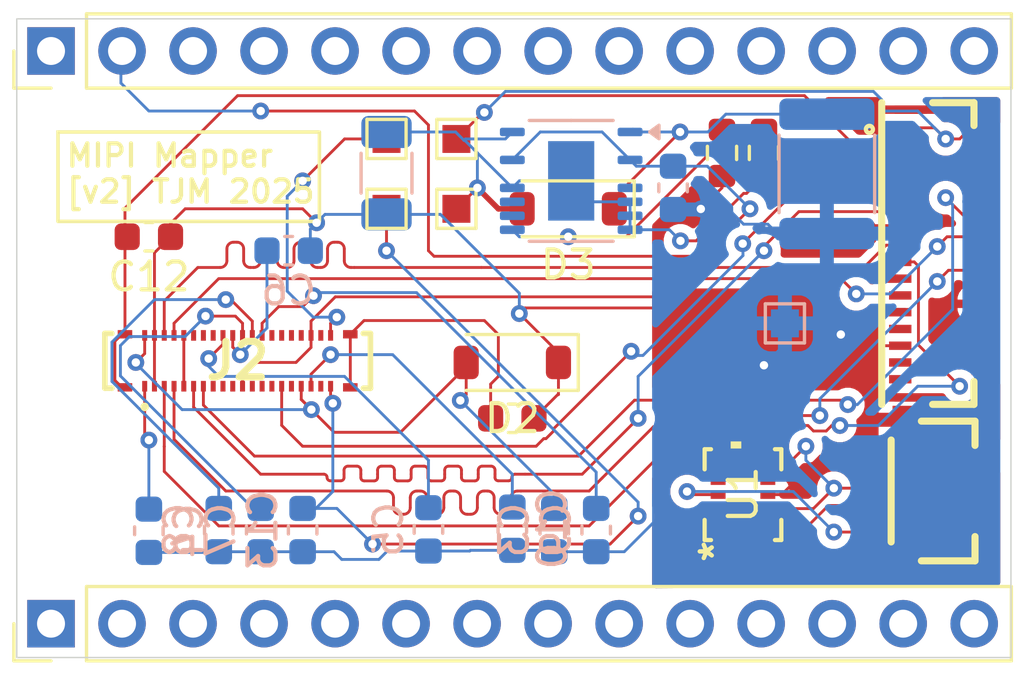
<source format=kicad_pcb>
(kicad_pcb (version 20241229) (generator "pcbnew") (generator_version "9.0")
  (title_block (title "E90 Microdisplay Adapter") (rev "1") (company "Swarthmore College") (comment 1 "Authors: Thomas Makin, Xezel Peshlakai"))
  (layers (0 "F.Cu" signal) (2 "B.Cu" signal) (13 "F.Paste" user) (15 "B.Paste" user) (5 "F.SilkS" user "F.Silkscreen") (7 "B.SilkS" user "B.Silkscreen") (1 "F.Mask" user) (3 "B.Mask" user) (25 "Edge.Cuts" user))
  (net 0 "")
  (net 1 "GND")
  (net 2 "VDD3V3_SYS")
  (net 3 "/SDA")
  (net 4 "/RL_SEL")
  (net 5 "/VGMP")
  (net 6 "/IM_0")
  (net 7 "/ELVDD")
  (net 8 "/SCL")
  (net 9 "/VREF1")
  (net 10 "/EN_AOI")
  (net 11 "/VGSP")
  (net 12 "/GPIO")
  (net 13 "/MVDD")
  (net 14 "/AVDD")
  (net 15 "/AVEE")
  (net 16 "/RST")
  (net 17 "/INT")
  (net 27 "/DATAN0")
  (net 28 "/CLK_P")
  (net 29 "/DATAP1")
  (net 32 "VDD1V8_SYS")
  (net 34 "/RESET")
  (net 36 "/DATAP0")
  (net 37 "/DATAN1")
  (net 38 "/CLK_N")
  (net 39 "/DATAP3")
  (net 40 "/DATAN3")
  (net 41 "/DATAN2")
  (net 42 "/OCP_VDD2")
  (net 43 "/SDA_D")
  (net 44 "/DATAP2")
  (net 45 "/SCL_D")
  (net 46 "/OCP_OUT")
  (net 47 "/VCOM")
  (net 48 "/VREF2")
  (net 49 "/VREF3")
  (net 50 "/OTP_PWR")
  (net 51 "/VDD")
  (net 52 "-6V")
  (net 53 "Net-(U3-VFB)")
  (net 57 "Net-(D3-K)")
  (net 66 "/EN_EXT_VDD")
  (net 67 "/VDD3V3_I2C")
  (net 68 "+5V")
  (footprint "TestPoint:TestPoint_Pad_1.0x1.0mm" (layer "F.Cu") (at 93.5 55)
    (property "Reference" "TP1" (hide yes))
    (property "Value" "+5V5 Screen" (hide yes))
  )
  (footprint "TestPoint:TestPoint_Pad_1.0x1.0mm" (layer "F.Cu") (at 96 57.5)
    (property "Reference" "TP11" (hide yes))
    (property "Value" "-6V Src" (hide yes))
  )
  (footprint "Connector_PinHeader_2.54mm:PinHeader_1x14_P2.54mm_Vertical" (layer "F.Cu") (at 81.5 72.351 90)
    (property "Reference" "REF**" (hide yes))
    (property "Value" "PinHeader_1x14_P2.54mm_Vertical" (hide yes))
  )
  (footprint "Resistor_SMD:R_0603_1608Metric" (layer "F.Cu") (at 105.5 55.5 90)
    (property "Reference" "R1" (hide yes))
    (property "Value" "130k" (hide yes))
  )
  (footprint "Capacitor_SMD:C_0603_1608Metric" (layer "F.Cu") (at 98 65)
    (property "Reference" "C11" (hide yes))
    (property "Value" "C_Small" (hide yes))
  )
  (footprint "TestPoint:TestPoint_Pad_1.0x1.0mm" (layer "F.Cu") (at 96 55)
    (property "Reference" "TP10" (hide yes))
    (property "Value" "+5V5 Src" (hide yes))
  )
  (footprint "bacon:BM23PF0840DS035V51-GOOD" (layer "F.Cu") (at 88.175 62.941)
    (property "Reference" "J2")
    (property "Value" "BM23PF0.8-40DP-0.35V_51_" (hide yes))
  )
  (footprint "Diode_SMD:D_SOD-123" (layer "F.Cu") (at 98 63 180)
    (property "Reference" "D2")
    (property "Value" "D_Schottky_Small" (hide yes))
  )
  (footprint "TestPoint:TestPoint_Pad_1.0x1.0mm" (layer "F.Cu") (at 93.5 57.5)
    (property "Reference" "TP2" (hide yes))
    (property "Value" "-6V Screen" (hide yes))
  )
  (footprint "bacon:FFC-SMD_6P-P0.50_F0504-H-06-10G-R" (layer "F.Cu") (at 113.25 67.601 -90)
    (property "Reference" "FPC1" (hide yes))
    (property "Value" "F0504-H-06-10G-R" (hide yes))
  )
  (footprint "Capacitor_SMD:C_0603_1608Metric" (layer "F.Cu") (at 85 58.5 180)
    (property "Reference" "C12")
    (property "Value" "C_Small" (hide yes))
  )
  (footprint "bacon:FPC-SMD_31P-P0.30_HDGC_0.3K-QX-31PWB" (layer "F.Cu") (at 113.3125 59.1009 -90)
    (property "Reference" "J1" (hide yes))
    (property "Value" "3-2328724-1" (hide yes))
  )
  (footprint "Resistor_SMD:R_0603_1608Metric" (layer "F.Cu") (at 107 55.5 -90)
    (property "Reference" "R2" (hide yes))
    (property "Value" "20k" (hide yes))
  )
  (footprint "Connector_PinHeader_2.54mm:PinHeader_1x14_P2.54mm_Vertical" (layer "F.Cu") (at 81.5 51.851 90)
    (property "Reference" "REF**" (hide yes))
    (property "Value" "PinHeader_1x14_P2.54mm_Vertical" (hide yes))
  )
  (footprint "Diode_SMD:D_SOD-123" (layer "F.Cu") (at 100 57.5 180)
    (property "Reference" "D3")
    (property "Value" "D_Schottky_Small" (hide yes))
  )
  (footprint "footprints:LGA14_2P5X3X0P91_IVS" (layer "F.Cu") (at 106.250001 67.7313 90)
    (property "Reference" "U1")
    (property "Value" "ICM-42605" (hide yes))
  )
  (footprint "Capacitor_SMD:C_0603_1608Metric" (layer "B.Cu") (at 95 68.975 -90)
    (property "Reference" "C5")
    (property "Value" "C_Small" (hide yes))
  )
  (footprint "TestPoint:TestPoint_Pad_1.0x1.0mm" (layer "B.Cu") (at 107.75 61.601 180)
    (property "Reference" "TP9" (hide yes))
    (property "Value" "GND Test" (hide yes))
  )
  (footprint "Capacitor_SMD:C_0603_1608Metric" (layer "B.Cu") (at 99.5 69 -90)
    (property "Reference" "C3")
    (property "Value" "C_Small" (hide yes))
  )
  (footprint "Capacitor_SMD:C_1206_3216Metric" (layer "B.Cu") (at 93.5 56.225 90)
    (property "Reference" "C2" (hide yes))
    (property "Value" "100uF" (hide yes))
  )
  (footprint "Capacitor_SMD:C_0603_1608Metric" (layer "B.Cu") (at 90 59)
    (property "Reference" "C6")
    (property "Value" "C_Small" (hide yes))
  )
  (footprint "Capacitor_SMD:C_0603_1608Metric" (layer "B.Cu") (at 90.5 69 -90)
    (property "Reference" "C13")
    (property "Value" "C_Small" (hide yes))
  )
  (footprint "Capacitor_SMD:C_0603_1608Metric" (layer "B.Cu") (at 103.75 56.75 -90)
    (property "Reference" "C1" (hide yes))
    (property "Value" "1uF" (hide yes))
  )
  (footprint "Capacitor_SMD:C_0603_1608Metric" (layer "B.Cu") (at 101 69 -90)
    (property "Reference" "C9")
    (property "Value" "C_Small" (hide yes))
  )
  (footprint "Capacitor_SMD:C_0603_1608Metric" (layer "B.Cu") (at 98 68.95 90)
    (property "Reference" "C10")
    (property "Value" "C_Small" (hide yes))
  )
  (footprint "Capacitor_SMD:C_0603_1608Metric" (layer "B.Cu") (at 89 69 -90)
    (property "Reference" "C7")
    (property "Value" "C_Small" (hide yes))
  )
  (footprint "Capacitor_SMD:C_0603_1608Metric" (layer "B.Cu") (at 87.5 69 -90)
    (property "Reference" "C8")
    (property "Value" "C_Small" (hide yes))
  )
  (footprint "Capacitor_SMD:C_0603_1608Metric" (layer "B.Cu") (at 85 69.025 90)
    (property "Reference" "C4")
    (property "Value" "C_Small" (hide yes))
  )
  (footprint "Inductor_SMD:L_1812_4532Metric" (layer "B.Cu") (at 109.25 56.25 -90)
    (property "Reference" "L1" (hide yes))
    (property "Value" "51uH")
  )
  (footprint "Package_SO:Analog_MSOP-12-16-1EP_3x4.039mm_P0.5mm_EP1.651x2.845mm" (layer "B.Cu") (at 100.1055 56.5 180)
    (property "Reference" "U3" (hide yes))
    (property "Value" "LTC3638xMSE" (hide yes))
  )
  (gr_rect (start 81.75 54.751) (end 91.1 57.951) (stroke (width 0.127)) (fill no) (layer "F.SilkS"))
  (gr_rect (start 80.275 50.701) (end 115.835 73.561) (stroke (width 0.05)) (fill no) (layer "Edge.Cuts"))
  (gr_text "MIPI Mapper\n[v2] TJM 2025" (at 81.975 57.351 0) (layer "F.SilkS") (effects (font (size 0.8 0.8) (thickness 0.15) (bold yes)) (justify left bottom)))
  (segment (start 88.35 63.419) (end 88.35 63.851) (width 0.1016) (layer "F.Cu") (net 1))
  (segment (start 86.25 62.031) (end 86.25 63.851) (width 0.1016) (layer "F.Cu") (net 1))
  (segment (start 107.228564 63.6528) (end 108.480364 62.401) (width 0.1016) (layer "F.Cu") (net 1))
  (segment (start 91.669768 60.652) (end 103.080232 60.652) (width 0.1016) (layer "F.Cu") (net 1))
  (segment (start 113.25 66.3509) (end 114.5001 66.3509) (width 0.1016) (layer "F.Cu") (net 1))
  (segment (start 113.2499 66.351) (end 113.25 66.3509) (width 0.1016) (layer "F.Cu") (net 1))
  (segment (start 107.139001 67.7313) (end 107.634423 67.7313) (width 0.1016) (layer "F.Cu") (net 1))
  (segment (start 107.634423 67.7313) (end 109.014723 66.351) (width 0.1016) (layer "F.Cu") (net 1))
  (segment (start 90.8 62.031) (end 90.8 61.521768) (width 0.1016) (layer "F.Cu") (net 1))
  (segment (start 99.65 63) (end 99.65 62.65) (width 0.1016) (layer "F.Cu") (net 1))
  (segment (start 99.65 64.15) (end 99.625 64.15) (width 0.1016) (layer "F.Cu") (net 1))
  (segment (start 107 63.101) (end 108.9002 61.2008) (width 0.1016) (layer "F.Cu") (net 1))
  (segment (start 104 61.25) (end 106.4028 63.6528) (width 0.1016) (layer "F.Cu") (net 1))
  (segment (start 90.5 57.5) (end 91 58) (width 0.1016) (layer "F.Cu") (net 1))
  (segment (start 105.5 56.747747) (end 104.742199 57.505547) (width 0.1016) (layer "F.Cu") (net 1))
  (segment (start 113.0194 66.3509) (end 113.25 66.3509) (width 0.1016) (layer "F.Cu") (net 1))
  (segment (start 110.25 62.401) (end 111.875 62.401) (width 0.1016) (layer "F.Cu") (net 1))
  (segment (start 99.65 62.65) (end 98.25 61.25) (width 0.1016) (layer "F.Cu") (net 1))
  (segment (start 103.080232 60.652) (end 104.551 60.652) (width 0.1016) (layer "F.Cu") (net 1))
  (segment (start 106.4028 63.6528) (end 107.228564 63.6528) (width 0.1016) (layer "F.Cu") (net 1))
  (segment (start 109.75 62) (end 109.849 62) (width 0.1016) (layer "F.Cu") (net 1))
  (segment (start 105.5 56.325) (end 105.5 56.747747) (width 0.1016) (layer "F.Cu") (net 1))
  (segment (start 98.4508 61.0492) (end 103.7992 61.0492) (width 0.1016) (layer "F.Cu") (net 1))
  (segment (start 99.625 64.15) (end 98.775 65) (width 0.1016) (layer "F.Cu") (net 1))
  (segment (start 86.3 57.5) (end 90.5 57.5) (width 0.1016) (layer "F.Cu") (net 1))
  (segment (start 90.8 62.031) (end 90.8 62.463) (width 0.1016) (layer "F.Cu") (net 1))
  (segment (start 88.769 63) (end 88.35 63.419) (width 0.1016) (layer "F.Cu") (net 1))
  (segment (start 85.775 58.5) (end 85.2 59.075) (width 0.1016) (layer "F.Cu") (net 1))
  (segment (start 90.263 63) (end 88.769 63) (width 0.1016) (layer "F.Cu") (net 1))
  (segment (start 104.551 60.652) (end 107 63.101) (width 0.1016) (layer "F.Cu") (net 1))
  (segment (start 109.849 62) (end 110.25 62.401) (width 0.1016) (layer "F.Cu") (net 1))
  (segment (start 85.2 59.075) (end 85.2 62.031) (width 0.1016) (layer "F.Cu") (net 1))
  (segment (start 85.775 58.025) (end 86.3 57.5) (width 0.1016) (layer "F.Cu") (net 1))
  (segment (start 108.9002 61.2008) (end 111.875 61.2008) (width 0.1016) (layer "F.Cu") (net 1))
  (segment (start 98.25 61.25) (end 98.4508 61.0492) (width 0.1016) (layer "F.Cu") (net 1))
  (segment (start 90.8 62.463) (end 90.263 63) (width 0.1016) (layer "F.Cu") (net 1))
  (segment (start 90.8 61.521768) (end 91.669768 60.652) (width 0.1016) (layer "F.Cu") (net 1))
  (segment (start 99.65 64.15) (end 99.65 63) (width 0.1016) (layer "F.Cu") (net 1))
  (segment (start 103.7992 61.0492) (end 104 61.25) (width 0.1016) (layer "F.Cu") (net 1))
  (segment (start 85.2 62.031) (end 85.2 63.851) (width 0.1016) (layer "F.Cu") (net 1))
  (segment (start 108.480364 62.401) (end 110.25 62.401) (width 0.1016) (layer "F.Cu") (net 1))
  (segment (start 85.775 58.5) (end 85.775 58.025) (width 0.1016) (layer "F.Cu") (net 1))
  (segment (start 109.014723 66.351) (end 113.2499 66.351) (width 0.1016) (layer "F.Cu") (net 1))
  (via (at 98.25 61.25) (size 0.6) (drill 0.3) (layers "F.Cu" "B.Cu") (net 1))
  (via (at 91 58) (size 0.6) (drill 0.3) (layers "F.Cu" "B.Cu") (net 1))
  (via (at 109.75 62) (size 0.6) (drill 0.3) (layers "F.Cu" "B.Cu") (net 1))
  (via (at 104.742199 57.505547) (size 0.6) (drill 0.3) (layers "F.Cu" "B.Cu") (net 1))
  (via (at 107 63.101) (size 0.6) (drill 0.3) (layers "F.Cu" "B.Cu") (net 1))
  (segment (start 106.271851 58.0508) (end 105.746051 57.525) (width 0.1016) (layer "B.Cu") (net 1))
  (segment (start 87.475 69.8) (end 87.5 69.775) (width 0.1016) (layer "B.Cu") (net 1))
  (segment (start 90.775 59) (end 90.775 58.225) (width 0.1016) (layer "B.Cu") (net 1))
  (segment (start 93.5 57.7) (end 95.430164 57.7) (width 0.1016) (layer "B.Cu") (net 1))
  (segment (start 91.3 57.7) (end 91 58) (width 0.1016) (layer "B.Cu") (net 1))
  (segment (start 102.003949 69.775) (end 103.0508 68.728149) (width 0.1016) (layer "B.Cu") (net 1))
  (segment (start 99.45 69.725) (end 99.5 69.775) (width 0.1016) (layer "B.Cu") (net 1))
  (segment (start 93.528949 69.75) (end 95 69.75) (width 0.1016) (layer "B.Cu") (net 1))
  (segment (start 90.5 69.775) (end 91.623473 69.775) (width 0.1016) (layer "B.Cu") (net 1))
  (segment (start 103.0508 68.728149) (end 103.0508 67.7242) (width 0.1016) (layer "B.Cu") (net 1))
  (segment (start 91.623473 69.775) (end 91.899273 70.0508) (width 0.1016) (layer "B.Cu") (net 1))
  (segment (start 89 69.775) (end 90.5 69.775) (width 0.1016) (layer "B.Cu") (net 1))
  (segment (start 95.430164 57.7) (end 98.25 60.519836) (width 0.1016) (layer "B.Cu") (net 1))
  (segment (start 93.228149 70.0508) (end 93.528949 69.75) (width 0.1016) (layer "B.Cu") (net 1))
  (segment (start 85 69.8) (end 87.475 69.8) (width 0.1016) (layer "B.Cu") (net 1))
  (segment (start 93.5 57.7) (end 91.3 57.7) (width 0.1016) (layer "B.Cu") (net 1))
  (segment (start 98.25 60.519836) (end 98.25 61.25) (width 0.1016) (layer "B.Cu") (net 1))
  (segment (start 96.475 69.75) (end 96.5 69.725) (width 0.1016) (layer "B.Cu") (net 1))
  (segment (start 98 69.725) (end 99.45 69.725) (width 0.1016) (layer "B.Cu") (net 1))
  (segment (start 107.140587 58.0508) (end 107.477287 58.3875) (width 0.1016) (layer "B.Cu") (net 1))
  (segment (start 101 69.775) (end 102.003949 69.775) (width 0.1016) (layer "B.Cu") (net 1))
  (segment (start 87.5 69.775) (end 89 69.775) (width 0.1016) (layer "B.Cu") (net 1))
  (segment (start 107.140587 58.0508) (end 106.271851 58.0508) (width 0.1016) (layer "B.Cu") (net 1))
  (segment (start 103.0508 67.7242) (end 107 63.775) (width 0.1016) (layer "B.Cu") (net 1))
  (segment (start 109.25 61.5) (end 109.75 62) (width 0.1016) (layer "B.Cu") (net 1))
  (segment (start 104.722746 57.525) (end 104.742199 57.505547) (width 0.1016) (layer "B.Cu") (net 1))
  (segment (start 107 63.101) (end 107.75 62.351) (width 0.1016) (layer "B.Cu") (net 1))
  (segment (start 109.25 61.5) (end 109.25 58.3875) (width 0.1016) (layer "B.Cu") (net 1))
  (segment (start 95 69.75) (end 96.475 69.75) (width 0.1016) (layer "B.Cu") (net 1))
  (segment (start 96.5 69.725) (end 98 69.725) (width 0.1016) (layer "B.Cu") (net 1))
  (segment (start 107.75 62.351) (end 107.75 61.601) (width 0.1016) (layer "B.Cu") (net 1))
  (segment (start 90.775 58.225) (end 91 58) (width 0.1016) (layer "B.Cu") (net 1))
  (segment (start 99.5 69.775) (end 101 69.775) (width 0.1016) (layer "B.Cu") (net 1))
  (segment (start 107 63.775) (end 107 63.101) (width 0.1016) (layer "B.Cu") (net 1))
  (segment (start 91.899273 70.0508) (end 93.228149 70.0508) (width 0.1016) (layer "B.Cu") (net 1))
  (segment (start 105.746051 57.525) (end 103.75 57.525) (width 0.1016) (layer "B.Cu") (net 1))
  (segment (start 107.477287 58.3875) (end 109.25 58.3875) (width 0.1016) (layer "B.Cu") (net 1))
  (segment (start 103.75 57.525) (end 104.722746 57.525) (width 0.1016) (layer "B.Cu") (net 1))
  (segment (start 113.1009 54.6009) (end 111.875 54.6009) (width 0.1016) (layer "F.Cu") (net 2))
  (segment (start 113.5 55) (end 114 55) (width 0.1016) (layer "F.Cu") (net 2))
  (segment (start 96.9492 54.0508) (end 97 54.0508) (width 0.1016) (layer "F.Cu") (net 2))
  (segment (start 96 55) (end 96.9492 54.0508) (width 0.1016) (layer "F.Cu") (net 2))
  (segment (start 114.0991 54.9009) (end 114.75 54.9009) (width 0.1016) (layer "F.Cu") (net 2))
  (segment (start 113.5 55) (end 113.1009 54.6009) (width 0.1016) (layer "F.Cu") (net 2))
  (segment (start 114 55) (end 114.0991 54.9009) (width 0.1016) (layer "F.Cu") (net 2))
  (via (at 97 54.0508) (size 0.6) (drill 0.3) (layers "F.Cu" "B.Cu") (net 2))
  (via (at 113.5 55) (size 0.6) (drill 0.3) (layers "F.Cu" "B.Cu") (net 2))
  (segment (start 110.91478 53.2982) (end 97.7526 53.2982) (width 0.1016) (layer "B.Cu") (net 2))
  (segment (start 111.2018 53.58522) (end 110.91478 53.2982) (width 0.1016) (layer "B.Cu") (net 2))
  (segment (start 113.5 55) (end 112.5 54) (width 0.1016) (layer "B.Cu") (net 2))
  (segment (start 97.7526 53.2982) (end 97 54.0508) (width 0.1016) (layer "B.Cu") (net 2))
  (segment (start 111.2018 54) (end 111.2018 53.58522) (width 0.1016) (layer "B.Cu") (net 2))
  (segment (start 112.5 54) (end 111.2018 54) (width 0.1016) (layer "B.Cu") (net 2))
  (segment (start 113.5001 68.8511) (end 114.5001 68.8511) (width 0.1016) (layer "F.Cu") (net 3))
  (segment (start 104.639002 68.231299) (end 105.361001 68.231299) (width 0.1016) (layer "F.Cu") (net 3))
  (segment (start 110.978 69.373) (end 112.978 69.373) (width 0.1016) (layer "F.Cu") (net 3))
  (segment (start 104.25 69.601) (end 104.5 69.851) (width 0.1016) (layer "F.Cu") (net 3))
  (segment (start 104.5 69.851) (end 110.5 69.851) (width 0.1016) (layer "F.Cu") (net 3))
  (segment (start 104.250001 68.6203) (end 104.25 69.601) (width 0.1016) (layer "F.Cu") (net 3))
  (segment (start 113.5 68.851) (end 113.5001 68.8511) (width 0.1016) (layer "F.Cu") (net 3))
  (segment (start 110.5 69.851) (end 110.978 69.373) (width 0.1016) (layer "F.Cu") (net 3))
  (segment (start 104.250001 68.6203) (end 104.259651 68.610651) (width 0.1016) (layer "F.Cu") (net 3))
  (segment (start 104.259651 68.610651) (end 104.639002 68.231299) (width 0.1016) (layer "F.Cu") (net 3))
  (segment (start 112.978 69.373) (end 113.5 68.851) (width 0.1016) (layer "F.Cu") (net 3))
  (segment (start 88.35 61.5974) (end 88.35 62.031) (width 0.1016) (layer "F.Cu") (net 5))
  (segment (start 88.093598 61.340998) (end 88.35 61.5974) (width 0.1016) (layer "F.Cu") (net 5))
  (segment (start 87.026337 61.340998) (end 88.093598 61.340998) (width 0.1016) (layer "F.Cu") (net 5))
  (via (at 87.026337 61.340998) (size 0.6) (drill 0.3) (layers "F.Cu" "B.Cu") (net 5))
  (segment (start 83.98211 63.48211) (end 83.98211 62.396215) (width 0.1016) (layer "B.Cu") (net 5))
  (segment (start 84.304761 62.073564) (end 86.293771 62.073564) (width 0.1016) (layer "B.Cu") (net 5))
  (segment (start 83.98211 62.396215) (end 84.304761 62.073564) (width 0.1016) (layer "B.Cu") (net 5))
  (segment (start 88.725 68.225) (end 83.98211 63.48211) (width 0.1016) (layer "B.Cu") (net 5))
  (segment (start 86.293771 62.073564) (end 87.026337 61.340998) (width 0.1016) (layer "B.Cu") (net 5))
  (segment (start 89 68.225) (end 88.725 68.225) (width 0.1016) (layer "B.Cu") (net 5))
  (segment (start 84.85 65.62895) (end 85 65.77895) (width 0.1016) (layer "F.Cu") (net 7))
  (segment (start 84.85 63.851) (end 84.85 65.62895) (width 0.1016) (layer "F.Cu") (net 7))
  (via (at 85 65.77895) (size 0.6) (drill 0.3) (layers "F.Cu" "B.Cu") (net 7))
  (segment (start 85 68.25) (end 85 65.77895) (width 0.1016) (layer "B.Cu") (net 7))
  (segment (start 109.500001 69.0704) (end 112.727842 69.0704) (width 0.1016) (layer "F.Cu") (net 8))
  (segment (start 104.361001 67.7313) (end 105.361001 67.7313) (width 0.1016) (layer "F.Cu") (net 8))
  (segment (start 109.549801 69.1202) (end 109.500001 69.0704) (width 0.1016) (layer "F.Cu") (net 8))
  (segment (start 112.727842 69.0704) (end 113.447342 68.3509) (width 0.1016) (layer "F.Cu") (net 8))
  (segment (start 104.250001 67.6203) (end 104.361001 67.7313) (width 0.1016) (layer "F.Cu") (net 8))
  (segment (start 113.447342 68.3509) (end 114.5001 68.3509) (width 0.1016) (layer "F.Cu") (net 8))
  (via (at 104.250001 67.6203) (size 0.6) (drill 0.3) (layers "F.Cu" "B.Cu") (net 8))
  (via (at 109.500001 69.0704) (size 0.6) (drill 0.3) (layers "F.Cu" "B.Cu") (net 8))
  (segment (start 108.049901 67.6203) (end 104.250001 67.6203) (width 0.1016) (layer "B.Cu") (net 8))
  (segment (start 109.500001 69.0704) (end 108.049901 67.6203) (width 0.1016) (layer "B.Cu") (net 8))
  (segment (start 87.65 62.35) (end 87.139475 62.860525) (width 0.1016) (layer "F.Cu") (net 9))
  (segment (start 87.65 62.031) (end 87.65 62.35) (width 0.1016) (layer "F.Cu") (net 9))
  (via (at 87.139475 62.860525) (size 0.6) (drill 0.3) (layers "F.Cu" "B.Cu") (net 9))
  (segment (start 87.139475 63.139475) (end 87.139475 62.860525) (width 0.1016) (layer "B.Cu") (net 9))
  (segment (start 95 68.2) (end 95 66.5) (width 0.1016) (layer "B.Cu") (net 9))
  (segment (start 87.5 63.5) (end 87.139475 63.139475) (width 0.1016) (layer "B.Cu") (net 9))
  (segment (start 95 66.5) (end 92 63.5) (width 0.1016) (layer "B.Cu") (net 9))
  (segment (start 92 63.5) (end 87.5 63.5) (width 0.1016) (layer "B.Cu") (net 9))
  (segment (start 88 62.451949) (end 88.269051 62.721) (width 0.1016) (layer "F.Cu") (net 11))
  (segment (start 88 62.031) (end 88 62.451949) (width 0.1016) (layer "F.Cu") (net 11))
  (via (at 88.269051 62.721) (size 0.6) (drill 0.3) (layers "F.Cu" "B.Cu") (net 11))
  (segment (start 88.269051 62.721) (end 89.225 61.765051) (width 0.1016) (layer "B.Cu") (net 11))
  (segment (start 89.225 61.765051) (end 89.225 59) (width 0.1016) (layer "B.Cu") (net 11))
  (segment (start 92 55) (end 90.5 56.5) (width 0.1016) (layer "F.Cu") (net 14))
  (segment (start 93.5 55) (end 92 55) (width 0.1016) (layer "F.Cu") (net 14))
  (segment (start 91.722354 61.378364) (end 91.5 61.600718) (width 0.1016) (layer "F.Cu") (net 14))
  (segment (start 91.5 61.600718) (end 91.5 62.031) (width 0.1016) (layer "F.Cu") (net 14))
  (via (at 90.5 56.5) (size 0.6) (drill 0.3) (layers "F.Cu" "B.Cu") (net 14))
  (via (at 91.722354 61.378364) (size 0.6) (drill 0.3) (layers "F.Cu" "B.Cu") (net 14))
  (segment (start 89.9482 57.0518) (end 89.9482 60.449614) (width 0.1016) (layer "B.Cu") (net 14))
  (segment (start 90.5 56.5) (end 89.9482 57.0518) (width 0.1016) (layer "B.Cu") (net 14))
  (segment (start 89.9482 60.449614) (end 90.87695 61.378364) (width 0.1016) (layer "B.Cu") (net 14))
  (segment (start 90.87695 61.378364) (end 91.722354 61.378364) (width 0.1016) (layer "B.Cu") (net 14))
  (segment (start 101.5 69.5) (end 93 69.5) (width 0.1016) (layer "F.Cu") (net 15))
  (segment (start 91.5 63.851) (end 91.5 64.381876) (width 0.1016) (layer "F.Cu") (net 15))
  (segment (start 91.5 64.381876) (end 91.579673 64.461549) (width 0.1016) (layer "F.Cu") (net 15))
  (segment (start 102.5 68.5) (end 101.5 69.5) (width 0.1016) (layer "F.Cu") (net 15))
  (segment (start 93.5 57.5) (end 93.5 59) (width 0.1016) (layer "F.Cu") (net 15))
  (via (at 91.579673 64.461549) (size 0.6) (drill 0.3) (layers "F.Cu" "B.Cu") (net 15))
  (via (at 102.5 68.5) (size 0.6) (drill 0.3) (layers "F.Cu" "B.Cu") (net 15))
  (via (at 93 69.5) (size 0.6) (drill 0.3) (layers "F.Cu" "B.Cu") (net 15))
  (via (at 93.5 59) (size 0.6) (drill 0.3) (layers "F.Cu" "B.Cu") (net 15))
  (segment (start 91.579673 67.620327) (end 91.579673 64.461549) (width 0.1016) (layer "B.Cu") (net 15))
  (segment (start 93 69.5) (end 91.725 68.225) (width 0.1016) (layer "B.Cu") (net 15))
  (segment (start 91.725 68.225) (end 90.5 68.225) (width 0.1016) (layer "B.Cu") (net 15))
  (segment (start 93.5 59) (end 102.5 68) (width 0.1016) (layer "B.Cu") (net 15))
  (segment (start 102.5 68) (end 102.5 68.5) (width 0.1016) (layer "B.Cu") (net 15))
  (segment (start 90.5 68.225) (end 90.975 68.225) (width 0.1016) (layer "B.Cu") (net 15))
  (segment (start 90.975 68.225) (end 91.579673 67.620327) (width 0.1016) (layer "B.Cu") (net 15))
  (segment (start 114.5001 67.3509) (end 113.9985 67.3509) (width 0.1016) (layer "F.Cu") (net 17))
  (segment (start 108.564927 68.8616) (end 107.000002 68.8616) (width 0.1016) (layer "F.Cu") (net 17))
  (segment (start 109.306326 68.1202) (end 108.564927 68.8616) (width 0.1016) (layer "F.Cu") (net 17))
  (segment (start 113.2292 68.1202) (end 109.306326 68.1202) (width 0.1016) (layer "F.Cu") (net 17))
  (segment (start 113.9985 67.3509) (end 113.2292 68.1202) (width 0.1016) (layer "F.Cu") (net 17))
  (segment (start 93.180986 67.119531) (end 93.180986 67) (width 0.1016) (layer "F.Cu") (net 27))
  (segment (start 95.580986 67.119531) (end 95.580986 67) (width 0.1016) (layer "F.Cu") (net 27))
  (segment (start 102.334276 65.165724) (end 102.5 65) (width 0.1016) (layer "F.Cu") (net 27))
  (segment (start 100.5 67) (end 102.267767 65.232232) (width 0.1016) (layer "F.Cu") (net 27))
  (segment (start 86.6 63.851) (end 86.6 64.601416) (width 0.1016) (layer "F.Cu") (net 27))
  (segment (start 92.125517 66.710938) (end 92.436455 66.710938) (width 0.1016) (layer "F.Cu") (net 27))
  (segment (start 107.0505 58.8005) (end 107.0505 58.9495) (width 0.1016) (layer "F.Cu") (net 27))
  (segment (start 91.493338 67.237352) (end 91.86231 67.237352) (width 0.1016) (layer "F.Cu") (net 27))
  (segment (start 96.300517 67.239062) (end 96.661455 67.239062) (width 0.1016) (layer "F.Cu") (net 27))
  (segment (start 97.499662 67.237352) (end 97.86231 67.237352) (width 0.1016) (layer "F.Cu") (net 27))
  (segment (start 94.380986 67.119531) (end 94.380986 67) (width 0.1016) (layer "F.Cu") (net 27))
  (segment (start 98.455986 67) (end 100.5 67) (width 0.1016) (layer "F.Cu") (net 27))
  (segment (start 97.380986 66.855469) (end 97.380986 67) (width 0.1016) (layer "F.Cu") (net 27))
  (segment (start 96.925517 66.710938) (end 97.236455 66.710938) (width 0.1016) (layer "F.Cu") (net 27))
  (segment (start 96.780986 67.119531) (end 96.780986 67) (width 0.1016) (layer "F.Cu") (net 27))
  (segment (start 93.325517 66.710938) (end 93.636455 66.710938) (width 0.1016) (layer "F.Cu") (net 27))
  (segment (start 93.900517 67.239062) (end 94.261455 67.239062) (width 0.1016) (layer "F.Cu") (net 27))
  (segment (start 93.780986 67) (end 93.780986 67.119531) (width 0.1016) (layer "F.Cu") (net 27))
  (segment (start 94.525517 66.710938) (end 94.836455 66.710938) (width 0.1016) (layer "F.Cu") (net 27))
  (segment (start 107.0505 58.9495) (end 107 59) (width 0.1016) (layer "F.Cu") (net 27))
  (segment (start 93.780986 66.855469) (end 93.780986 67) (width 0.1016) (layer "F.Cu") (net 27))
  (segment (start 95.100517 67.239062) (end 95.461455 67.239062) (width 0.1016) (layer "F.Cu") (net 27))
  (segment (start 91.980986 67) (end 91.980986 66.855469) (width 0.1016) (layer "F.Cu") (net 27))
  (segment (start 86.6 64.601416) (end 88.998584 67) (width 0.1016) (layer "F.Cu") (net 27))
  (segment (start 93.180986 67) (end 93.180986 66.855469) (width 0.1016) (layer "F.Cu") (net 27))
  (segment (start 96.780986 67) (end 96.780986 66.855469) (width 0.1016) (layer "F.Cu") (net 27))
  (segment (start 95.580986 67) (end 95.580986 66.855469) (width 0.1016) (layer "F.Cu") (net 27))
  (segment (start 96.180986 67) (end 96.180986 67.119531) (width 0.1016) (layer "F.Cu") (net 27))
  (segment (start 108.2501 57.6009) (end 111.875 57.6009) (width 0.1016) (layer "F.Cu") (net 27))
  (segment (start 96.180986 66.855469) (end 96.180986 67) (width 0.1016) (layer "F.Cu") (net 27))
  (segment (start 92.580986 67) (end 92.580986 67.119531) (width 0.1016) (layer "F.Cu") (net 27))
  (segment (start 88.998584 67) (end 91.255986 67) (width 0.1016) (layer "F.Cu") (net 27))
  (segment (start 107.0505 58.8005) (end 108.2501 57.6009) (width 0.1016) (layer "F.Cu") (net 27))
  (segment (start 92.700517 67.239062) (end 93.061455 67.239062) (width 0.1016) (layer "F.Cu") (net 27))
  (segment (start 94.980986 67) (end 94.980986 67.119531) (width 0.1016) (layer "F.Cu") (net 27))
  (segment (start 94.380986 67) (end 94.380986 66.855469) (width 0.1016) (layer "F.Cu") (net 27))
  (segment (start 95.725517 66.710938) (end 96.036455 66.710938) (width 0.1016) (layer "F.Cu") (net 27))
  (segment (start 102.267767 65.232232) (end 102.334276 65.165724) (width 0.1016) (layer "F.Cu") (net 27))
  (segment (start 94.980986 66.855469) (end 94.980986 67) (width 0.1016) (layer "F.Cu") (net 27))
  (segment (start 98.099662 67) (end 98.455986 67) (width 0.1016) (layer "F.Cu") (net 27))
  (segment (start 91.980986 67.118676) (end 91.980986 67) (width 0.1016) (layer "F.Cu") (net 27))
  (segment (start 97.380986 67) (end 97.380986 67.118676) (width 0.1016) (layer "F.Cu") (net 27))
  (segment (start 92.580986 66.855469) (end 92.580986 67) (width 0.1016) (layer "F.Cu") (net 27))
  (via (at 102.5 65) (size 0.6) (drill 0.3) (layers "F.Cu" "B.Cu") (net 27))
  (via (at 107 59) (size 0.6) (drill 0.3) (layers "F.Cu" "B.Cu") (net 27))
  (arc (start 97.980986 67.118676) (mid 98.015745 67.034759) (end 98.099662 67) (width 0.1016) (layer "F.Cu") (net 27))
  (arc (start 93.636455 66.710938) (mid 93.738654 66.75327) (end 93.780986 66.855469) (width 0.1016) (layer "F.Cu") (net 27))
  (arc (start 92.580986 67.119531) (mid 92.615996 67.204052) (end 92.700517 67.239062) (width 0.1016) (layer "F.Cu") (net 27))
  (arc (start 96.180986 67.119531) (mid 96.215996 67.204052) (end 96.300517 67.239062) (width 0.1016) (layer "F.Cu") (net 27))
  (arc (start 94.836455 66.710938) (mid 94.938654 66.75327) (end 94.980986 66.855469) (width 0.1016) (layer "F.Cu") (net 27))
  (arc (start 96.036455 66.710938) (mid 96.138654 66.75327) (end 96.180986 66.855469) (width 0.1016) (layer "F.Cu") (net 27))
  (arc (start 93.061455 67.239062) (mid 93.145976 67.204052) (end 93.180986 67.119531) (width 0.1016) (layer "F.Cu") (net 27))
  (arc (start 97.380986 67.118676) (mid 97.415745 67.202593) (end 97.499662 67.237352) (width 0.1016) (layer "F.Cu") (net 27))
  (arc (start 96.780986 66.855469) (mid 96.823318 66.75327) (end 96.925517 66.710938) (width 0.1016) (layer "F.Cu") (net 27))
  (arc (start 95.461455 67.239062) (mid 95.545976 67.204052) (end 95.580986 67.119531) (width 0.1016) (layer "F.Cu") (net 27))
  (arc (start 94.380986 66.855469) (mid 94.423318 66.75327) (end 94.525517 66.710938) (width 0.1016) (layer "F.Cu") (net 27))
  (arc (start 91.980986 66.855469) (mid 92.023318 66.75327) (end 92.125517 66.710938) (width 0.1016) (layer "F.Cu") (net 27))
  (arc (start 95.580986 66.855469) (mid 95.623318 66.75327) (end 95.725517 66.710938) (width 0.1016) (layer "F.Cu") (net 27))
  (arc (start 93.180986 66.855469) (mid 93.223318 66.75327) (end 93.325517 66.710938) (width 0.1016) (layer "F.Cu") (net 27))
  (arc (start 92.436455 66.710938) (mid 92.538654 66.75327) (end 92.580986 66.855469) (width 0.1016) (layer "F.Cu") (net 27))
  (arc (start 96.661455 67.239062) (mid 96.745976 67.204052) (end 96.780986 67.119531) (width 0.1016) (layer "F.Cu") (net 27))
  (arc (start 94.261455 67.239062) (mid 94.345976 67.204052) (end 94.380986 67.119531) (width 0.1016) (layer "F.Cu") (net 27))
  (arc (start 94.980986 67.119531) (mid 95.015996 67.204052) (end 95.100517 67.239062) (width 0.1016) (layer "F.Cu") (net 27))
  (arc (start 97.236455 66.710938) (mid 97.338654 66.75327) (end 97.380986 66.855469) (width 0.1016) (layer "F.Cu") (net 27))
  (arc (start 93.780986 67.119531) (mid 93.815996 67.204052) (end 93.900517 67.239062) (width 0.1016) (layer "F.Cu") (net 27))
  (arc (start 91.374662 67.118676) (mid 91.409421 67.202593) (end 91.493338 67.237352) (width 0.1016) (layer "F.Cu") (net 27))
  (arc (start 91.86231 67.237352) (mid 91.946227 67.202593) (end 91.980986 67.118676) (width 0.1016) (layer "F.Cu") (net 27))
  (arc (start 91.255986 67) (mid 91.339903 67.034759) (end 91.374662 67.118676) (width 0.1016) (layer "F.Cu") (net 27))
  (arc (start 97.86231 67.237352) (mid 97.946227 67.202593) (end 97.980986 67.118676) (width 0.1016) (layer "F.Cu") (net 27))
  (segment (start 107 59) (end 102.5 63.5) (width 0.1016) (layer "B.Cu") (net 27))
  (segment (start 102.5 63.5) (end 102.5 65) (width 0.1016) (layer "B.Cu") (net 27))
  (segment (start 98.189744 67.601) (end 98.309744 67.601) (width 0.1016) (layer "F.Cu") (net 28))
  (segment (start 87.75 67.601) (end 93.509744 67.601) (width 0.1016) (layer "F.Cu") (net 28))
  (segment (start 94.589744 67.601) (end 94.709744 67.601) (width 0.1016) (layer "F.Cu") (net 28))
  (segment (start 103.524727 64.9018) (end 107.363011 64.9018) (width 0.1016) (layer "F.Cu") (net 28))
  (segment (start 94.949744 67.841) (end 94.949744 68.195161) (width 0.1016) (layer "F.Cu") (net 28))
  (segment (start 96.989744 67.601) (end 97.109744 67.601) (width 0.1016) (layer "F.Cu") (net 28))
  (segment (start 113.1992 60.101) (end 113.5992 59.701) (width 0.1016) (layer "F.Cu") (net 28))
  (segment (start 96.749744 68.195182) (end 96.749744 67.841) (width 0.1016) (layer "F.Cu") (net 28))
  (segment (start 85.9 65.751) (end 87.75 67.601) (width 0.1016) (layer "F.Cu") (net 28))
  (segment (start 93.749744 67.841) (end 93.749744 68.195161) (width 0.1016) (layer "F.Cu") (net 28))
  (segment (start 97.589744 68.435161) (end 97.709744 68.435161) (width 0.1016) (layer "F.Cu") (net 28))
  (segment (start 93.989744 68.435161) (end 94.109744 68.435161) (width 0.1016) (layer "F.Cu") (net 28))
  (segment (start 96.149744 67.841) (end 96.149744 68.195182) (width 0.1016) (layer "F.Cu") (net 28))
  (segment (start 107.363011 64.9018) (end 109 64.9018) (width 0.1016) (layer "F.Cu") (net 28))
  (segment (start 95.549744 68.195161) (end 95.549744 67.841) (width 0.1016) (layer "F.Cu") (net 28))
  (segment (start 85.9 63.851) (end 85.9 65.751) (width 0.1016) (layer "F.Cu") (net 28))
  (segment (start 98.309744 67.601) (end 100.75 67.601) (width 0.1016) (layer "F.Cu") (net 28))
  (segment (start 103.124927 65.3016) (end 103.524727 64.9018) (width 0.1016) (layer "F.Cu") (net 28))
  (segment (start 95.789744 67.601) (end 95.909744 67.601) (width 0.1016) (layer "F.Cu") (net 28))
  (segment (start 113.5992 59.701) (end 114.75 59.701) (width 0.1016) (layer "F.Cu") (net 28))
  (segment (start 96.389744 68.435182) (end 96.509744 68.435182) (width 0.1016) (layer "F.Cu") (net 28))
  (segment (start 103.0494 65.3016) (end 103.124927 65.3016) (width 0.1016) (layer "F.Cu") (net 28))
  (segment (start 95.189744 68.435161) (end 95.309744 68.435161) (width 0.1016) (layer "F.Cu") (net 28))
  (segment (start 94.349744 68.195161) (end 94.349744 67.841) (width 0.1016) (layer "F.Cu") (net 28))
  (segment (start 100.75 67.601) (end 101.209619 67.14138) (width 0.1016) (layer "F.Cu") (net 28))
  (segment (start 97.949744 68.195161) (end 97.949744 67.841) (width 0.1016) (layer "F.Cu") (net 28))
  (segment (start 97.349744 67.841) (end 97.349744 68.195161) (width 0.1016) (layer "F.Cu") (net 28))
  (segment (start 101.209619 67.14138) (end 103.0494 65.3016) (width 0.1016) (layer "F.Cu") (net 28))
  (via (at 109 64.9018) (size 0.6) (drill 0.3) (layers "F.Cu" "B.Cu") (net 28))
  (via (at 113.1992 60.101) (size 0.6) (drill 0.3) (layers "F.Cu" "B.Cu") (net 28))
  (arc (start 97.949744 67.841) (mid 98.020038 67.671294) (end 98.189744 67.601) (width 0.1016) (layer "F.Cu") (net 28))
  (arc (start 96.509744 68.435182) (mid 96.67945 68.364888) (end 96.749744 68.195182) (width 0.1016) (layer "F.Cu") (net 28))
  (arc (start 97.349744 68.195161) (mid 97.420038 68.364867) (end 97.589744 68.435161) (width 0.1016) (layer "F.Cu") (net 28))
  (arc (start 96.749744 67.841) (mid 96.820038 67.671294) (end 96.989744 67.601) (width 0.1016) (layer "F.Cu") (net 28))
  (arc (start 93.749744 68.195161) (mid 93.820038 68.364867) (end 93.989744 68.435161) (width 0.1016) (layer "F.Cu") (net 28))
  (arc (start 97.109744 67.601) (mid 97.27945 67.671294) (end 97.349744 67.841) (width 0.1016) (layer "F.Cu") (net 28))
  (arc (start 94.349744 67.841) (mid 94.420038 67.671294) (end 94.589744 67.601) (width 0.1016) (layer "F.Cu") (net 28))
  (arc (start 97.709744 68.435161) (mid 97.87945 68.364867) (end 97.949744 68.195161) (width 0.1016) (layer "F.Cu") (net 28))
  (arc (start 95.309744 68.435161) (mid 95.47945 68.364867) (end 95.549744 68.195161) (width 0.1016) (layer "F.Cu") (net 28))
  (arc (start 94.709744 67.601) (mid 94.87945 67.671294) (end 94.949744 67.841) (width 0.1016) (layer "F.Cu") (net 28))
  (arc (start 93.509744 67.601) (mid 93.67945 67.671294) (end 93.749744 67.841) (width 0.1016) (layer "F.Cu") (net 28))
  (arc (start 94.109744 68.435161) (mid 94.27945 68.364867) (end 94.349744 68.195161) (width 0.1016) (layer "F.Cu") (net 28))
  (arc (start 94.949744 68.195161) (mid 95.020038 68.364867) (end 95.189744 68.435161) (width 0.1016) (layer "F.Cu") (net 28))
  (arc (start 96.149744 68.195182) (mid 96.220038 68.364888) (end 96.389744 68.435182) (width 0.1016) (layer "F.Cu") (net 28))
  (arc (start 95.909744 67.601) (mid 96.07945 67.671294) (end 96.149744 67.841) (width 0.1016) (layer "F.Cu") (net 28))
  (arc (start 95.549744 67.841) (mid 95.620038 67.671294) (end 95.789744 67.601) (width 0.1016) (layer "F.Cu") (net 28))
  (segment (start 109 64.9018) (end 109 64.3002) (width 0.1016) (layer "B.Cu") (net 28))
  (segment (start 109 64.3002) (end 113.1992 60.101) (width 0.1016) (layer "B.Cu") (net 28))
  (segment (start 110.5732 59.601) (end 111.3734 58.8008) (width 0.1016) (layer "F.Cu") (net 29))
  (segment (start 85.55 62.031) (end 85.55 60.801) (width 0.1016) (layer "F.Cu") (net 29))
  (segment (start 85.55 60.801) (end 86.75 59.601) (width 0.1016) (layer "F.Cu") (net 29))
  (segment (start 111.3734 58.8008) (end 111.875 58.8008) (width 0.1016) (layer "F.Cu") (net 29))
  (segment (start 92.35002 59.601) (end 96.893279 59.601) (width 0.1016) (layer "F.Cu") (net 29))
  (segment (start 103.176874 59.6034) (end 104.823127 59.6034) (width 0.1016) (layer "F.Cu") (net 29))
  (segment (start 90.19002 59.361) (end 90.19002 58.935069) (width 0.1016) (layer "F.Cu") (net 29))
  (segment (start 90.43002 58.695069) (end 90.55002 58.695069) (width 0.1016) (layer "F.Cu") (net 29))
  (segment (start 88.99002 59.361) (end 88.99002 58.935069) (width 0.1016) (layer "F.Cu") (net 29))
  (segment (start 103.174474 59.601) (end 103.176874 59.6034) (width 0.1016) (layer "F.Cu") (net 29))
  (segment (start 104.823127 59.6034) (end 104.825526 59.601) (width 0.1016) (layer "F.Cu") (net 29))
  (segment (start 90.79002 58.935069) (end 90.79002 59.361) (width 0.1016) (layer "F.Cu") (net 29))
  (segment (start 91.39002 59.361) (end 91.39002 58.935057) (width 0.1016) (layer "F.Cu") (net 29))
  (segment (start 88.03002 58.695069) (end 88.15002 58.695069) (width 0.1016) (layer "F.Cu") (net 29))
  (segment (start 86.75 59.601) (end 87.55002 59.601) (width 0.1016) (layer "F.Cu") (net 29))
  (segment (start 87.79002 59.361) (end 87.79002 58.935069) (width 0.1016) (layer "F.Cu") (net 29))
  (segment (start 89.83002 59.601) (end 89.95002 59.601) (width 0.1016) (layer "F.Cu") (net 29))
  (segment (start 91.03002 59.601) (end 91.15002 59.601) (width 0.1016) (layer "F.Cu") (net 29))
  (segment (start 91.63002 58.695057) (end 91.75002 58.695057) (width 0.1016) (layer "F.Cu") (net 29))
  (segment (start 92.23002 59.601) (end 92.35002 59.601) (width 0.1016) (layer "F.Cu") (net 29))
  (segment (start 88.63002 59.601) (end 88.75002 59.601) (width 0.1016) (layer "F.Cu") (net 29))
  (segment (start 89.59002 58.935069) (end 89.59002 59.361) (width 0.1016) (layer "F.Cu") (net 29))
  (segment (start 104.825526 59.601) (end 110.5732 59.601) (width 0.1016) (layer "F.Cu") (net 29))
  (segment (start 91.99002 58.935057) (end 91.99002 59.361) (width 0.1016) (layer "F.Cu") (net 29))
  (segment (start 96.893279 59.601) (end 103.174474 59.601) (width 0.1016) (layer "F.Cu") (net 29))
  (segment (start 89.23002 58.695069) (end 89.35002 58.695069) (width 0.1016) (layer "F.Cu") (net 29))
  (segment (start 88.39002 58.935069) (end 88.39002 59.361) (width 0.1016) (layer "F.Cu") (net 29))
  (arc (start 88.39002 59.361) (mid 88.460314 59.530706) (end 88.63002 59.601) (width 0.1016) (layer "F.Cu") (net 29))
  (arc (start 87.55002 59.601) (mid 87.719726 59.530706) (end 87.79002 59.361) (width 0.1016) (layer "F.Cu") (net 29))
  (arc (start 88.99002 58.935069) (mid 89.060314 58.765363) (end 89.23002 58.695069) (width 0.1016) (layer "F.Cu") (net 29))
  (arc (start 91.39002 58.935057) (mid 91.460314 58.765351) (end 91.63002 58.695057) (width 0.1016) (layer "F.Cu") (net 29))
  (arc (start 89.95002 59.601) (mid 90.119726 59.530706) (end 90.19002 59.361) (width 0.1016) (layer "F.Cu") (net 29))
  (arc (start 91.15002 59.601) (mid 91.319726 59.530706) (end 91.39002 59.361) (width 0.1016) (layer "F.Cu") (net 29))
  (arc (start 90.79002 59.361) (mid 90.860314 59.530706) (end 91.03002 59.601) (width 0.1016) (layer "F.Cu") (net 29))
  (arc (start 87.79002 58.935069) (mid 87.860314 58.765363) (end 88.03002 58.695069) (width 0.1016) (layer "F.Cu") (net 29))
  (arc (start 91.75002 58.695057) (mid 91.919726 58.765351) (end 91.99002 58.935057) (width 0.1016) (layer "F.Cu") (net 29))
  (arc (start 91.99002 59.361) (mid 92.060314 59.530706) (end 92.23002 59.601) (width 0.1016) (layer "F.Cu") (net 29))
  (arc (start 88.75002 59.601) (mid 88.919726 59.530706) (end 88.99002 59.361) (width 0.1016) (layer "F.Cu") (net 29))
  (arc (start 89.59002 59.361) (mid 89.660314 59.530706) (end 89.83002 59.601) (width 0.1016) (layer "F.Cu") (net 29))
  (arc (start 89.35002 58.695069) (mid 89.519726 58.765363) (end 89.59002 58.935069) (width 0.1016) (layer "F.Cu") (net 29))
  (arc (start 90.55002 58.695069) (mid 90.719726 58.765363) (end 90.79002 58.935069) (width 0.1016) (layer "F.Cu") (net 29))
  (arc (start 88.15002 58.695069) (mid 88.319726 58.765363) (end 88.39002 58.935069) (width 0.1016) (layer "F.Cu") (net 29))
  (arc (start 90.19002 58.935069) (mid 90.260314 58.765363) (end 90.43002 58.695069) (width 0.1016) (layer "F.Cu") (net 29))
  (segment (start 83.7834 63.6394) (end 84.035 63.891) (width 0.1016) (layer "F.Cu") (net 32))
  (segment (start 108.448574 53.4492) (end 88.174339 53.4492) (width 0.1016) (layer "F.Cu") (net 32))
  (segment (start 84.035 61.991) (end 83.7834 62.2426) (width 0.1016) (layer "F.Cu") (net 32))
  (segment (start 83.7834 62.2426) (end 83.7834 63.6394) (width 0.1016) (layer "F.Cu") (net 32))
  (segment (start 84.145 61.991) (end 84.035 61.991) (width 0.1016) (layer "F.Cu") (net 32))
  (segment (start 110.200274 55.2009) (end 108.448574 53.4492) (width 0.1016) (layer "F.Cu") (net 32))
  (segment (start 84.035 63.891) (end 84.145 63.891) (width 0.1016) (layer "F.Cu") (net 32))
  (segment (start 84.145 57.478539) (end 84.145 61.991) (width 0.1016) (layer "F.Cu") (net 32))
  (segment (start 88.174339 53.4492) (end 84.145 57.478539) (width 0.1016) (layer "F.Cu") (net 32))
  (segment (start 111.875 55.2009) (end 110.200274 55.2009) (width 0.1016) (layer "F.Cu") (net 32))
  (segment (start 109.187268 55.8008) (end 106.241051 58.747017) (width 0.1016) (layer "F.Cu") (net 34))
  (segment (start 89.75 63.851) (end 89.75 65.25) (width 0.1016) (layer "F.Cu") (net 34))
  (segment (start 99.4768 65.453732) (end 99.4768 65.3742) (width 0.1016) (layer "F.Cu") (net 34))
  (segment (start 90.5 66) (end 98.851 66) (width 0.1016) (layer "F.Cu") (net 34))
  (segment (start 111.875 55.8008) (end 109.187268 55.8008) (width 0.1016) (layer "F.Cu") (net 34))
  (segment (start 98.851 66) (end 99.1242 65.7268) (width 0.1016) (layer "F.Cu") (net 34))
  (segment (start 99.4768 65.3742) (end 102.25 62.601) (width 0.1016) (layer "F.Cu") (net 34))
  (segment (start 99.1242 65.7268) (end 99.203732 65.7268) (width 0.1016) (layer "F.Cu") (net 34))
  (segment (start 89.75 65.25) (end 90.5 66) (width 0.1016) (layer "F.Cu") (net 34))
  (segment (start 99.203732 65.7268) (end 99.4768 65.453732) (width 0.1016) (layer "F.Cu") (net 34))
  (via (at 106.241051 58.747017) (size 0.6) (drill 0.3) (layers "F.Cu" "B.Cu") (net 34))
  (via (at 102.25 62.601) (size 0.6) (drill 0.3) (layers "F.Cu" "B.Cu") (net 34))
  (segment (start 106.25 59.173059) (end 106.25 58.755966) (width 0.1016) (layer "B.Cu") (net 34))
  (segment (start 102.673058 62.75) (end 106.25 59.173059) (width 0.1016) (layer "B.Cu") (net 34))
  (segment (start 102.399 62.75) (end 102.673058 62.75) (width 0.1016) (layer "B.Cu") (net 34))
  (segment (start 106.25 58.755966) (end 106.241051 58.747017) (width 0.1016) (layer "B.Cu") (net 34))
  (segment (start 102.25 62.601) (end 102.399 62.75) (width 0.1016) (layer "B.Cu") (net 34))
  (segment (start 113.5 57.101) (end 114.2999 57.9009) (width 0.1016) (layer "F.Cu") (net 36))
  (segment (start 86.95 64.52489) (end 86.95 63.851) (width 0.1016) (layer "F.Cu") (net 36))
  (segment (start 109.8448 64.351) (end 102.370051 64.351) (width 0.1016) (layer "F.Cu") (net 36))
  (segment (start 114.2999 57.9009) (end 114.75 57.9009) (width 0.1016) (layer "F.Cu") (net 36))
  (segment (start 102.370051 64.351) (end 100.370051 66.351) (width 0.1016) (layer "F.Cu") (net 36))
  (segment (start 88.77611 66.351) (end 86.95 64.52489) (width 0.1016) (layer "F.Cu") (net 36))
  (segment (start 100.370051 66.351) (end 88.77611 66.351) (width 0.1016) (layer "F.Cu") (net 36))
  (segment (start 110 64.5062) (end 109.8448 64.351) (width 0.1016) (layer "F.Cu") (net 36))
  (via (at 110 64.5062) (size 0.6) (drill 0.3) (layers "F.Cu" "B.Cu") (net 36))
  (via (at 113.5 57.101) (size 0.6) (drill 0.3) (layers "F.Cu" "B.Cu") (net 36))
  (segment (start 110.3448 64.5062) (end 113.75 61.101) (width 0.1016) (layer "B.Cu") (net 36))
  (segment (start 113.75 57.351) (end 113.5 57.101) (width 0.1016) (layer "B.Cu") (net 36))
  (segment (start 110 64.5062) (end 110.3448 64.5062) (width 0.1016) (layer "B.Cu") (net 36))
  (segment (start 113.75 61.101) (end 113.75 57.351) (width 0.1016) (layer "B.Cu") (net 36))
  (segment (start 113.1992 58.851) (end 113.5494 58.5008) (width 0.1016) (layer "F.Cu") (net 37))
  (segment (start 85.9 61.599) (end 87.499 60) (width 0.1016) (layer "F.Cu") (net 37))
  (segment (start 109.755754 60) (end 110.301928 60.546174) (width 0.1016) (layer "F.Cu") (net 37))
  (segment (start 87.499 60) (end 109.755754 60) (width 0.1016) (layer "F.Cu") (net 37))
  (segment (start 113.5494 58.5008) (end 114.75 58.5008) (width 0.1016) (layer "F.Cu") (net 37))
  (segment (start 85.9 62.031) (end 85.9 61.599) (width 0.1016) (layer "F.Cu") (net 37))
  (via (at 113.1992 58.851) (size 0.6) (drill 0.3) (layers "F.Cu" "B.Cu") (net 37))
  (via (at 110.301928 60.546174) (size 0.6) (drill 0.3) (layers "F.Cu" "B.Cu") (net 37))
  (segment (start 110.301928 60.546174) (end 111.504026 60.546174) (width 0.1016) (layer "B.Cu") (net 37))
  (segment (start 111.504026 60.546174) (end 113.1992 58.851) (width 0.1016) (layer "B.Cu") (net 37))
  (segment (start 85.55 66.007899) (end 85.55 66.901) (width 0.1016) (layer "F.Cu") (net 38))
  (segment (start 112.5268 62.3778) (end 112.5268 59.5512) (width 0.1016) (layer "F.Cu") (net 38))
  (segment (start 109.228564 65.4536) (end 109.425173 65.256991) (width 0.1016) (layer "F.Cu") (net 38))
  (segment (start 85.5508 66.007099) (end 85.55 66.007899) (width 0.1016) (layer "F.Cu") (net 38))
  (segment (start 114 63.851) (end 112.5268 62.3778) (width 0.1016) (layer "F.Cu") (net 38))
  (segment (start 85.5508 65.550801) (end 85.5508 66.007099) (width 0.1016) (layer "F.Cu") (net 38))
  (segment (start 85.55 63.851) (end 85.55 65.550001) (width 0.1016) (layer "F.Cu") (net 38))
  (segment (start 109.425173 65.256991) (end 109.716829 65.256991) (width 0.1016) (layer "F.Cu") (net 38))
  (segment (start 87.5 68.851) (end 100.75 68.851) (width 0.1016) (layer "F.Cu") (net 38))
  (segment (start 85.55 65.550001) (end 85.5508 65.550801) (width 0.1016) (layer "F.Cu") (net 38))
  (segment (start 85.55 66.901) (end 87.5 68.851) (width 0.1016) (layer "F.Cu") (net 38))
  (segment (start 112.3766 59.401) (end 111.875 59.401) (width 0.1016) (layer "F.Cu") (net 38))
  (segment (start 108.574827 65.256991) (end 108.771436 65.4536) (width 0.1016) (layer "F.Cu") (net 38))
  (segment (start 108.771436 65.4536) (end 109.228564 65.4536) (width 0.1016) (layer "F.Cu") (net 38))
  (segment (start 100.75 68.851) (end 104.344009 65.256991) (width 0.1016) (layer "F.Cu") (net 38))
  (segment (start 112.5268 59.5512) (end 112.3766 59.401) (width 0.1016) (layer "F.Cu") (net 38))
  (segment (start 104.344009 65.256991) (end 108.574827 65.256991) (width 0.1016) (layer "F.Cu") (net 38))
  (via (at 114 63.851) (size 0.6) (drill 0.3) (layers "F.Cu" "B.Cu") (net 38))
  (via (at 109.716829 65.256991) (size 0.6) (drill 0.3) (layers "F.Cu" "B.Cu") (net 38))
  (segment (start 111.094009 65.256991) (end 112.5 63.851) (width 0.1016) (layer "B.Cu") (net 38))
  (segment (start 112.5 63.851) (end 114 63.851) (width 0.1016) (layer "B.Cu") (net 38))
  (segment (start 109.716829 65.256991) (end 111.094009 65.256991) (width 0.1016) (layer "B.Cu") (net 38))
  (segment (start 90.8 63.851) (end 90.8 63.421002) (width 0.1016) (layer "F.Cu") (net 42))
  (segment (start 90.8 63.421002) (end 91.5 62.721002) (width 0.1016) (layer "F.Cu") (net 42))
  (via (at 91.5 62.721002) (size 0.6) (drill 0.3) (layers "F.Cu" "B.Cu") (net 42))
  (segment (start 93.721002 62.721002) (end 91.5 62.721002) (width 0.1016) (layer "B.Cu") (net 42))
  (segment (start 98 67) (end 93.721002 62.721002) (width 0.1016) (layer "B.Cu") (net 42))
  (segment (start 98 68.175) (end 98 67) (width 0.1016) (layer "B.Cu") (net 42))
  (segment (start 91.624602 65.5) (end 90.45 64.325398) (width 0.1016) (layer "F.Cu") (net 47))
  (segment (start 84.85 62.68291) (end 84.53291 63) (width 0.1016) (layer "F.Cu") (net 47))
  (segment (start 84.85 62.031) (end 84.85 62.68291) (width 0.1016) (layer "F.Cu") (net 47))
  (segment (start 90.45 63.851) (end 90.45 64.325398) (width 0.1016) (layer "F.Cu") (net 47))
  (segment (start 96.35 63) (end 96.35 63.15) (width 0.1016) (layer "F.Cu") (net 47))
  (segment (start 96.35 64.15) (end 96.139475 64.360525) (width 0.1016) (layer "F.Cu") (net 47))
  (segment (start 96.35 63) (end 96.35 64.15) (width 0.1016) (layer "F.Cu") (net 47))
  (segment (start 96.35 63.15) (end 94 65.5) (width 0.1016) (layer "F.Cu") (net 47))
  (segment (start 90.45 64.325398) (end 90.812301 64.687699) (width 0.1016) (layer "F.Cu") (net 47))
  (segment (start 94 65.5) (end 91.624602 65.5) (width 0.1016) (layer "F.Cu") (net 47))
  (via (at 90.812301 64.687699) (size 0.6) (drill 0.3) (layers "F.Cu" "B.Cu") (net 47))
  (via (at 84.53291 63) (size 0.6) (drill 0.3) (layers "F.Cu" "B.Cu") (net 47))
  (via (at 96.139475 64.360525) (size 0.6) (drill 0.3) (layers "F.Cu" "B.Cu") (net 47))
  (segment (start 84.53291 63.03291) (end 84.53291 63) (width 0.1016) (layer "B.Cu") (net 47))
  (segment (start 99.5 68.225) (end 99.5 67.72105) (width 0.1016) (layer "B.Cu") (net 47))
  (segment (start 99.5 67.72105) (end 96.139475 64.360525) (width 0.1016) (layer "B.Cu") (net 47))
  (segment (start 90.812301 64.687699) (end 86.187699 64.687699) (width 0.1016) (layer "B.Cu") (net 47))
  (segment (start 86.187699 64.687699) (end 84.53291 63.03291) (width 0.1016) (layer "B.Cu") (net 47))
  (segment (start 89.05 61.5974) (end 89.6474 61) (width 0.1016) (layer "F.Cu") (net 48))
  (segment (start 89.6474 61) (end 90.5 61) (width 0.1016) (layer "F.Cu") (net 48))
  (segment (start 89.05 62.031) (end 89.05 61.5974) (width 0.1016) (layer "F.Cu") (net 48))
  (segment (start 90.5 61) (end 90.888768 60.611232) (width 0.1016) (layer "F.Cu") (net 48))
  (via (at 90.888768 60.611232) (size 0.6) (drill 0.3) (layers "F.Cu" "B.Cu") (net 48))
  (segment (start 91 60.5) (end 90.888768 60.611232) (width 0.1016) (layer "B.Cu") (net 48))
  (segment (start 101 66.926526) (end 94.573474 60.5) (width 0.1016) (layer "B.Cu") (net 48))
  (segment (start 101 68.225) (end 101 66.926526) (width 0.1016) (layer "B.Cu") (net 48))
  (segment (start 94.573474 60.5) (end 91 60.5) (width 0.1016) (layer "B.Cu") (net 48))
  (segment (start 88.7 61.520874) (end 87.929126 60.75) (width 0.1016) (layer "F.Cu") (net 49))
  (segment (start 88.7 62.031) (end 88.7 61.520874) (width 0.1016) (layer "F.Cu") (net 49))
  (segment (start 87.929126 60.75) (end 87.75 60.75) (width 0.1016) (layer "F.Cu") (net 49))
  (via (at 87.75 60.75) (size 0.6) (drill 0.3) (layers "F.Cu" "B.Cu") (net 49))
  (segment (start 87.5 68.225) (end 87.5 67.5) (width 0.1016) (layer "B.Cu") (net 49))
  (segment (start 83.68051 62.271289) (end 85.201799 60.75) (width 0.1016) (layer "B.Cu") (net 49))
  (segment (start 87.5 67.5) (end 83.68051 63.68051) (width 0.1016) (layer "B.Cu") (net 49))
  (segment (start 85.201799 60.75) (end 87.75 60.75) (width 0.1016) (layer "B.Cu") (net 49))
  (segment (start 83.68051 63.68051) (end 83.68051 62.271289) (width 0.1016) (layer "B.Cu") (net 49))
  (segment (start 92.696 61.5) (end 92.205 61.991) (width 0.1016) (layer "F.Cu") (net 51))
  (segment (start 97.5 63.5) (end 97.5 62) (width 0.1016) (layer "F.Cu") (net 51))
  (segment (start 97.225 65) (end 97.225 63.775) (width 0.1016) (layer "F.Cu") (net 51))
  (segment (start 97.5 62) (end 97 61.5) (width 0.1016) (layer "F.Cu") (net 51))
  (segment (start 97.225 63.775) (end 97.5 63.5) (width 0.1016) (layer "F.Cu") (net 51))
  (segment (start 92.205 63.891) (end 92.198068 63.891) (width 0.1016) (layer "F.Cu") (net 51))
  (segment (start 92.205 61.991) (end 92.205 63.891) (width 0.1016) (layer "F.Cu") (net 51))
  (segment (start 97 61.5) (end 92.696 61.5) (width 0.1016) (layer "F.Cu") (net 51))
  (segment (start 106.3758 56.9492) (end 106.271851 56.9492) (width 0.1016) (layer "F.Cu") (net 52))
  (segment (start 96.85 56.75) (end 96.75 56.75) (width 0.1016) (layer "F.Cu") (net 52))
  (segment (start 97.5 57.5) (end 96.75 56.75) (width 0.2) (layer "F.Cu") (net 52))
  (segment (start 107 56.325) (end 106.3758 56.9492) (width 0.1016) (layer "F.Cu") (net 52))
  (segment (start 104.573651 58.6474) (end 104.014475 58.6474) (width 0.1016) (layer "F.Cu") (net 52))
  (segment (start 106.271851 56.9492) (end 104.573651 58.6474) (width 0.1016) (layer "F.Cu") (net 52))
  (segment (start 98.35 57.5) (end 97.5 57.5) (width 0.2) (layer "F.Cu") (net 52))
  (segment (start 96 57.5) (end 96.75 56.75) (width 0.1016) (layer "F.Cu") (net 52))
  (via (at 96.75 56.75) (size 0.6) (drill 0.3) (layers "F.Cu" "B.Cu") (net 52))
  (via (at 104.014475 58.6474) (size 0.6) (drill 0.3) (layers "F.Cu" "B.Cu") (net 52))
  (segment (start 102.211 58.25) (end 103.617075 58.25) (width 0.1016) (layer "B.Cu") (net 52))
  (segment (start 100.8555 57.25) (end 100.1055 56.5) (width 0.1016) (layer "B.Cu") (net 52))
  (segment (start 98.25 56.5) (end 100.1055 56.5) (width 0.1016) (layer "B.Cu") (net 52))
  (segment (start 96.625 55.375) (end 96.3008 55.0508) (width 0.1016) (layer "B.Cu") (net 52))
  (segment (start 95.971051 54.75) (end 96.271851 55.0508) (width 0.1016) (layer "B.Cu") (net 52))
  (segment (start 93.25 55) (end 93.5 54.75) (width 0.1016) (layer "B.Cu") (net 52))
  (segment (start 93.5 54.75) (end 95.971051 54.75) (width 0.1016) (layer "B.Cu") (net 52))
  (segment (start 96.322651 55) (end 97.75 55) (width 0.1016) (layer "B.Cu") (net 52))
  (segment (start 96.271851 55.0508) (end 96.322651 55) (width 0.1016) (layer "B.Cu") (net 52))
  (segment (start 97.75 55) (end 98 54.75) (width 0.1016) (layer "B.Cu") (net 52))
  (segment (start 96.625 55.375) (end 96.75 55.5) (width 0.1016) (layer "B.Cu") (net 52))
  (segment (start 96.75 55.5) (end 96.75 56.75) (width 0.1016) (layer "B.Cu") (net 52))
  (segment (start 102.211 57.75) (end 102.211 58.25) (width 0.1016) (layer "B.Cu") (net 52))
  (segment (start 96.3008 55.0508) (end 96.271851 55.0508) (width 0.1016) (layer "B.Cu") (net 52))
  (segment (start 98 56.75) (end 96.625 55.375) (width 0.1016) (layer "B.Cu") (net 52))
  (segment (start 103.617075 58.25) (end 104.014475 58.6474) (width 0.1016) (layer "B.Cu") (net 52))
  (segment (start 102.211 57.25) (end 102.211 57.75) (width 0.1016) (layer "B.Cu") (net 52))
  (segment (start 102.211 57.25) (end 100.8555 57.25) (width 0.1016) (layer "B.Cu") (net 52))
  (segment (start 98 56.75) (end 98.25 56.5) (width 0.1016) (layer "B.Cu") (net 52))
  (segment (start 105.5 54.675) (end 105.5 55.075) (width 0.1016) (layer "F.Cu") (net 53))
  (segment (start 107 54.675) (end 105.5 54.675) (width 0.1016) (layer "F.Cu") (net 53))
  (segment (start 105.5 54.675) (end 105.5 54.825) (width 0.1016) (layer "F.Cu") (net 53))
  (segment (start 105.5 55.075) (end 102.075 58.5) (width 0.1016) (layer "F.Cu") (net 53))
  (segment (start 102.075 58.5) (end 100 58.5) (width 0.1016) (layer "F.Cu") (net 53))
  (via (at 100 58.5) (size 0.6) (drill 0.3) (layers "F.Cu" "B.Cu") (net 53))
  (segment (start 98.25 58.5) (end 100 58.5) (width 0.1016) (layer "B.Cu") (net 53))
  (segment (start 98 58.25) (end 98.25 58.5) (width 0.1016) (layer "B.Cu") (net 53))
  (segment (start 104 54.75) (end 101.65 57.1) (width 0.1016) (layer "F.Cu") (net 57))
  (segment (start 101.65 57.1) (end 101.65 57.5) (width 0.1016) (layer "F.Cu") (net 57))
  (via (at 104 54.75) (size 0.6) (drill 0.3) (layers "F.Cu" "B.Cu") (net 57))
  (segment (start 102.311 54.65) (end 102.211 54.75) (width 0.1016) (layer "B.Cu") (net 57))
  (segment (start 104 54.75) (end 105 54.75) (width 0.1016) (layer "B.Cu") (net 57))
  (segment (start 102.211 54.75) (end 104 54.75) (width 0.1016) (layer "B.Cu") (net 57))
  (segment (start 105 54.75) (end 105.6375 54.1125) (width 0.1016) (layer "B.Cu") (net 57))
  (segment (start 105.6375 54.1125) (end 109.25 54.1125) (width 0.1016) (layer "B.Cu") (net 57))
  (segment (start 114.5001 66.8511) (end 113.6489 66.8511) (width 0.1016) (layer "F.Cu") (net 67))
  (segment (start 113.6489 66.8511) (end 113 67.5) (width 0.1016) (layer "F.Cu") (net 67))
  (segment (start 113 67.5) (end 109.5 67.5) (width 0.1016) (layer "F.Cu") (net 67))
  (segment (start 107.139001 68.231299) (end 108.768701 68.231299) (width 0.1016) (layer "F.Cu") (net 67))
  (segment (start 108.5 66) (end 107.899 66.601) (width 0.1016) (layer "F.Cu") (net 67))
  (segment (start 108.768701 68.231299) (end 109.5 67.5) (width 0.1016) (layer "F.Cu") (net 67))
  (segment (start 107.899 66.601) (end 107.000002 66.601) (width 0.1016) (layer "F.Cu") (net 67))
  (via (at 109.5 67.5) (size 0.6) (drill 0.3) (layers "F.Cu" "B.Cu") (net 67))
  (via (at 108.5 66) (size 0.6) (drill 0.3) (layers "F.Cu" "B.Cu") (net 67))
  (segment (start 109.5 67.5) (end 108.5 66.5) (width 0.1016) (layer "B.Cu") (net 67))
  (segment (start 108.5 66.5) (end 108.5 66) (width 0.1016) (layer "B.Cu") (net 67))
  (segment (start 104.8018 59.1982) (end 95.1982 59.1982) (width 0.1016) (layer "F.Cu") (net 68))
  (segment (start 105 59) (end 104.8018 59.1982) (width 0.1016) (layer "F.Cu") (net 68))
  (segment (start 95 59) (end 95 54.5) (width 0.1016) (layer "F.Cu") (net 68))
  (segment (start 106.5 57.5) (end 105 59) (width 0.1016) (layer "F.Cu") (net 68))
  (segment (start 95 54.5) (end 94.5 54) (width 0.1016) (layer "F.Cu") (net 68))
  (segment (start 94.5 54) (end 89 54) (width 0.1016) (layer "F.Cu") (net 68))
  (segment (start 95.1982 59.1982) (end 95 59) (width 0.1016) (layer "F.Cu") (net 68))
  (via (at 106.5 57.5) (size 0.6) (drill 0.3) (layers "F.Cu" "B.Cu") (net 68))
  (via (at 89 54) (size 0.6) (drill 0.3) (layers "F.Cu" "B.Cu") (net 68))
  (segment (start 102.436 55.975) (end 103.75 55.975) (width 0.1016) (layer "B.Cu") (net 68))
  (segment (start 85 54) (end 84 53) (width 0.1016) (layer "B.Cu") (net 68))
  (segment (start 102.436 55.975) (end 102.211 55.75) (width 0.1016) (layer "B.Cu") (net 68))
  (segment (start 99 54.75) (end 98 55.75) (width 0.1016) (layer "B.Cu") (net 68))
  (segment (start 89 54) (end 85 54) (width 0.1016) (layer "B.Cu") (net 68))
  (segment (start 103.75 55.975) (end 104.975 55.975) (width 0.1016) (layer "B.Cu") (net 68))
  (segment (start 84 53) (end 84 51.891) (width 0.1016) (layer "B.Cu") (net 68))
  (segment (start 102.211 55.75) (end 101.211 54.75) (width 0.1016) (layer "B.Cu") (net 68))
  (segment (start 104.975 55.975) (end 106.5 57.5) (width 0.1016) (layer "B.Cu") (net 68))
  (segment (start 84 51.891) (end 84.04 51.851) (width 0.1016) (layer "B.Cu") (net 68))
  (segment (start 101.211 54.75) (end 99 54.75) (width 0.1016) (layer "B.Cu") (net 68))
  (zone (net 1) (net_name "GND") (layers "F.Cu" "B.Cu") (connect_pads (clearance 0.3)) (min_thickness 0.25) (fill yes (thermal_gap 0.5) (thermal_bridge_width 0.5))
    (polygon (pts (xy 103 53.5) (xy 115.5 53.5) (xy 115.5 71) (xy 103 71.081)))
  )
)
</source>
